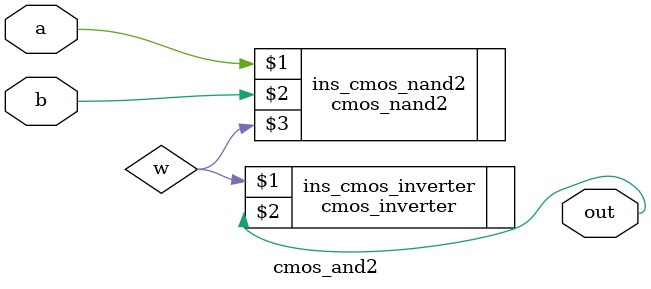
<source format=v>
module cmos_and2(input a, b, output out);
	wire w;
	// AND gate body, 2 input
	cmos_nand2 ins_cmos_nand2(a, b, w);
	cmos_inverter ins_cmos_inverter(w, out);
endmodule


</source>
